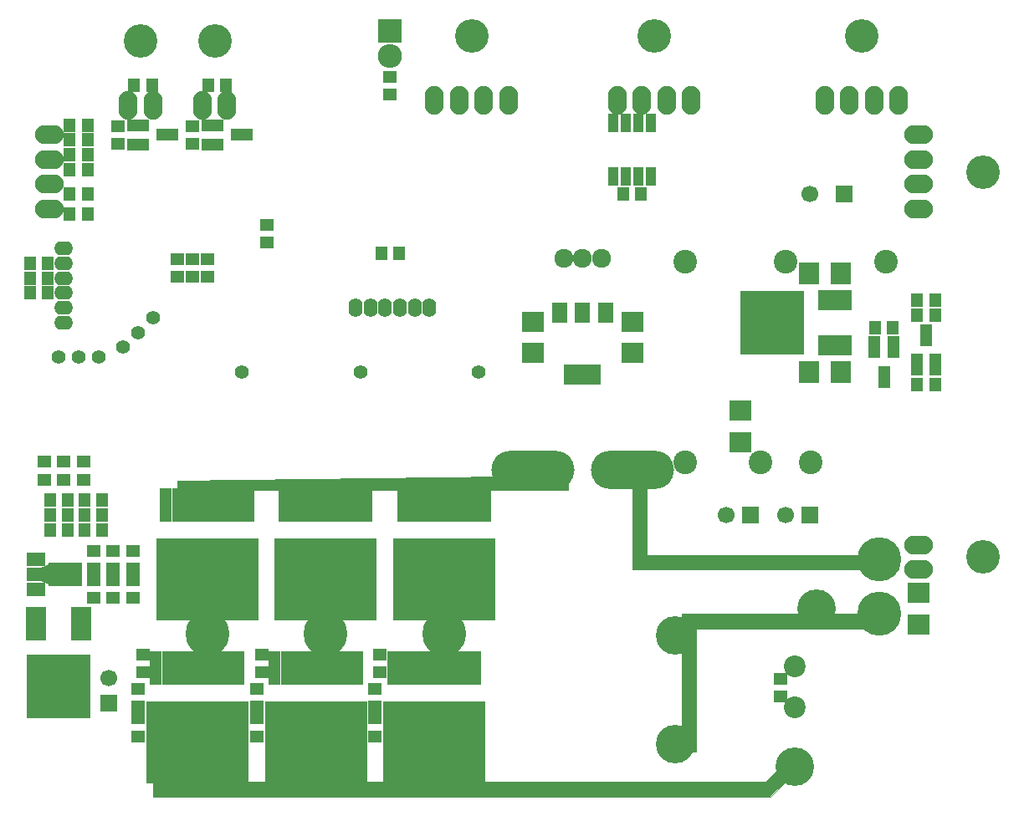
<source format=gbr>
G04 #@! TF.FileFunction,Soldermask,Bot*
%FSLAX46Y46*%
G04 Gerber Fmt 4.6, Leading zero omitted, Abs format (unit mm)*
G04 Created by KiCad (PCBNEW 4.0.6) date 04/10/17 19:15:21*
%MOMM*%
%LPD*%
G01*
G04 APERTURE LIST*
%ADD10C,0.100000*%
%ADD11C,2.400000*%
%ADD12R,1.400000X1.200000*%
%ADD13R,1.200000X1.400000*%
%ADD14O,1.400000X1.924000*%
%ADD15O,1.924000X1.400000*%
%ADD16C,4.464000*%
%ADD17C,1.924000*%
%ADD18O,8.400000X3.900000*%
%ADD19R,2.051000X3.448000*%
%ADD20R,6.496000X6.496000*%
%ADD21C,1.700000*%
%ADD22R,1.700000X1.700000*%
%ADD23R,2.000000X2.200000*%
%ADD24R,2.200000X2.000000*%
%ADD25R,1.000000X1.950000*%
%ADD26R,3.448000X2.051000*%
%ADD27R,2.432000X2.432000*%
%ADD28O,2.432000X2.432000*%
%ADD29R,1.901140X1.400760*%
%ADD30R,3.399740X2.398980*%
%ADD31C,1.400000*%
%ADD32R,10.400000X8.400000*%
%ADD33R,1.200000X3.400000*%
%ADD34R,8.400000X3.400000*%
%ADD35R,2.200860X1.200100*%
%ADD36R,1.200100X2.200860*%
%ADD37C,3.900000*%
%ADD38C,2.200000*%
%ADD39R,1.600000X2.100000*%
%ADD40R,3.700000X2.100000*%
%ADD41O,1.900000X2.900000*%
%ADD42C,3.400000*%
%ADD43O,2.900000X1.900000*%
%ADD44C,0.026000*%
G04 APERTURE END LIST*
D10*
D11*
X80040000Y-45660000D03*
X74960000Y-45660000D03*
X67340000Y-45660000D03*
X67340000Y-25340000D03*
X77500000Y-25340000D03*
X87660000Y-25340000D03*
D12*
X36000000Y-71600000D03*
X36000000Y-73400000D03*
X24500000Y-65100000D03*
X24500000Y-66900000D03*
X12500000Y-65100000D03*
X12500000Y-66900000D03*
X36500000Y-65100000D03*
X36500000Y-66900000D03*
D13*
X6900000Y-13000000D03*
X5100000Y-13000000D03*
X6900000Y-16000000D03*
X5100000Y-16000000D03*
X1100000Y-25500000D03*
X2900000Y-25500000D03*
X1100000Y-27000000D03*
X2900000Y-27000000D03*
X1100000Y-28500000D03*
X2900000Y-28500000D03*
X38400000Y-24500000D03*
X36600000Y-24500000D03*
D12*
X25000000Y-21600000D03*
X25000000Y-23400000D03*
X24000000Y-73400000D03*
X24000000Y-71600000D03*
X12000000Y-71600000D03*
X12000000Y-73400000D03*
D14*
X41500000Y-30000000D03*
X40000000Y-30000000D03*
X38500000Y-30000000D03*
X37000000Y-30000000D03*
X35500000Y-30000000D03*
X34000000Y-30000000D03*
D15*
X4500000Y-24000000D03*
X4500000Y-25500000D03*
X4500000Y-27000000D03*
X4500000Y-28500000D03*
X4500000Y-30000000D03*
X4500000Y-31500000D03*
D16*
X31000000Y-63000000D03*
X19000000Y-63000000D03*
X43000000Y-63000000D03*
D12*
X24000000Y-68600000D03*
X24000000Y-70400000D03*
X12000000Y-68600000D03*
X12000000Y-70400000D03*
X36000000Y-68600000D03*
X36000000Y-70400000D03*
X9500000Y-57600000D03*
X9500000Y-59400000D03*
X11500000Y-57600000D03*
X11500000Y-59400000D03*
X7500000Y-57600000D03*
X7500000Y-59400000D03*
D17*
X58910000Y-25000000D03*
X57000000Y-25000000D03*
X55090000Y-25000000D03*
D18*
X52000000Y-46400000D03*
X62000000Y-46400000D03*
D19*
X1714000Y-62000000D03*
D20*
X4000000Y-68350000D03*
D19*
X6286000Y-62000000D03*
D21*
X9000000Y-67500000D03*
D22*
X9000000Y-70000000D03*
D23*
X83100000Y-36500000D03*
X79900000Y-36500000D03*
X83100000Y-26500000D03*
X79900000Y-26500000D03*
D24*
X52000000Y-34600000D03*
X52000000Y-31400000D03*
X62000000Y-34600000D03*
X62000000Y-31400000D03*
D13*
X5100000Y-20500000D03*
X6900000Y-20500000D03*
X6900000Y-11500000D03*
X5100000Y-11500000D03*
X5100000Y-18500000D03*
X6900000Y-18500000D03*
X6900000Y-14500000D03*
X5100000Y-14500000D03*
D25*
X63905000Y-16700000D03*
X62635000Y-16700000D03*
X61365000Y-16700000D03*
X60095000Y-16700000D03*
X60095000Y-11300000D03*
X61365000Y-11300000D03*
X62635000Y-11300000D03*
X63905000Y-11300000D03*
D26*
X82500000Y-29214000D03*
D20*
X76150000Y-31500000D03*
D26*
X82500000Y-33786000D03*
D27*
X37500000Y-2000000D03*
D28*
X37500000Y-4540000D03*
D12*
X37500000Y-6600000D03*
X37500000Y-8400000D03*
D13*
X61100000Y-18500000D03*
X62900000Y-18500000D03*
D29*
X1648340Y-58501140D03*
X1648340Y-57000000D03*
X1648340Y-55498860D03*
D30*
X4599820Y-57000000D03*
D10*
G36*
X2176050Y-56299620D02*
X3325350Y-55799240D01*
X3325350Y-58200760D01*
X2176050Y-57700380D01*
X2176050Y-56299620D01*
X2176050Y-56299620D01*
G37*
D31*
X13500000Y-31000000D03*
X12000000Y-32500000D03*
X10500000Y-34000000D03*
X4000000Y-35000000D03*
X6000000Y-35000000D03*
X8000000Y-35000000D03*
X34500000Y-36500000D03*
X22500000Y-36500000D03*
X46500000Y-36500000D03*
D32*
X30000000Y-74000000D03*
D33*
X25800000Y-66500000D03*
D34*
X30600000Y-66500000D03*
D32*
X31000000Y-57500000D03*
D33*
X26800000Y-50000000D03*
D34*
X31600000Y-50000000D03*
D32*
X18000000Y-74000000D03*
D33*
X13800000Y-66500000D03*
D34*
X18600000Y-66500000D03*
D32*
X19000000Y-57500000D03*
D33*
X14800000Y-50000000D03*
D34*
X19600000Y-50000000D03*
D32*
X42000000Y-74000000D03*
D33*
X37800000Y-66500000D03*
D34*
X42600000Y-66500000D03*
D32*
X43000000Y-57500000D03*
D33*
X38800000Y-50000000D03*
D34*
X43600000Y-50000000D03*
D13*
X13400000Y-7500000D03*
X11600000Y-7500000D03*
X20900000Y-7500000D03*
X19100000Y-7500000D03*
D12*
X77000000Y-69400000D03*
X77000000Y-67600000D03*
D16*
X87000000Y-55500000D03*
X87000000Y-61000000D03*
D35*
X11998860Y-13450000D03*
X11998860Y-11550000D03*
X15001140Y-12500000D03*
X19498860Y-13450000D03*
X19498860Y-11550000D03*
X22501140Y-12500000D03*
D36*
X92700000Y-35751140D03*
X90800000Y-35751140D03*
X91750000Y-32748860D03*
X86550000Y-33998860D03*
X88450000Y-33998860D03*
X87500000Y-37001140D03*
D12*
X10000000Y-13400000D03*
X10000000Y-11600000D03*
X17500000Y-13400000D03*
X17500000Y-11600000D03*
D13*
X90850000Y-29250000D03*
X92650000Y-29250000D03*
X92650000Y-37750000D03*
X90850000Y-37750000D03*
X86600000Y-32000000D03*
X88400000Y-32000000D03*
D37*
X78500000Y-76500000D03*
D38*
X78500000Y-66300000D03*
X78500000Y-70500000D03*
D37*
X80700000Y-60500000D03*
X66400000Y-74200000D03*
X66400000Y-63200000D03*
D24*
X91000000Y-58900000D03*
X91000000Y-62100000D03*
D39*
X54700000Y-30500000D03*
X57000000Y-30500000D03*
X59300000Y-30500000D03*
D40*
X57000000Y-36800000D03*
D41*
X89000000Y-9000000D03*
X86500000Y-9000000D03*
X84000000Y-9000000D03*
X81500000Y-9000000D03*
D42*
X85250000Y-2500000D03*
D43*
X91000000Y-56500000D03*
X91000000Y-54000000D03*
D42*
X97500000Y-55250000D03*
D21*
X80000000Y-18500000D03*
D22*
X83500000Y-18500000D03*
X80000000Y-51000000D03*
D21*
X77500000Y-51000000D03*
D22*
X74000000Y-51000000D03*
D21*
X71500000Y-51000000D03*
D24*
X73000000Y-43600000D03*
X73000000Y-40400000D03*
D12*
X16000000Y-25100000D03*
X16000000Y-26900000D03*
X17500000Y-25100000D03*
X17500000Y-26900000D03*
X19000000Y-25100000D03*
X19000000Y-26900000D03*
D13*
X6600000Y-52500000D03*
X8400000Y-52500000D03*
X6600000Y-51000000D03*
X8400000Y-51000000D03*
X4900000Y-52500000D03*
X3100000Y-52500000D03*
D12*
X2500000Y-47400000D03*
X2500000Y-45600000D03*
X6500000Y-47400000D03*
X6500000Y-45600000D03*
X4500000Y-47400000D03*
X4500000Y-45600000D03*
D13*
X4900000Y-51000000D03*
X3100000Y-51000000D03*
X8400000Y-49500000D03*
X6600000Y-49500000D03*
X3100000Y-49500000D03*
X4900000Y-49500000D03*
X92650000Y-30750000D03*
X90850000Y-30750000D03*
D12*
X11500000Y-56400000D03*
X11500000Y-54600000D03*
X9500000Y-56400000D03*
X9500000Y-54600000D03*
X7500000Y-56400000D03*
X7500000Y-54600000D03*
D41*
X49500000Y-9000000D03*
X47000000Y-9000000D03*
X44500000Y-9000000D03*
X42000000Y-9000000D03*
D42*
X45750000Y-2500000D03*
D41*
X68000000Y-9000000D03*
X65500000Y-9000000D03*
X63000000Y-9000000D03*
X60500000Y-9000000D03*
D42*
X64250000Y-2500000D03*
D43*
X91000000Y-20000000D03*
X91000000Y-17500000D03*
X91000000Y-15000000D03*
X91000000Y-12500000D03*
D42*
X97500000Y-16250000D03*
D43*
X3000000Y-12500000D03*
X3000000Y-15000000D03*
X3000000Y-17500000D03*
X3000000Y-20000000D03*
D41*
X13500000Y-9500000D03*
X11000000Y-9500000D03*
D42*
X12250000Y-3000000D03*
D41*
X21000000Y-9500000D03*
X18500000Y-9500000D03*
D42*
X19750000Y-3000000D03*
D44*
G36*
X78485127Y-76996490D02*
X75994616Y-79487000D01*
X13513000Y-79487000D01*
X13513000Y-78013000D01*
X75500000Y-78013000D01*
X75505058Y-78011976D01*
X75509192Y-78009192D01*
X77994319Y-75524066D01*
X78485127Y-76996490D01*
X78485127Y-76996490D01*
G37*
X78485127Y-76996490D02*
X75994616Y-79487000D01*
X13513000Y-79487000D01*
X13513000Y-78013000D01*
X75500000Y-78013000D01*
X75505058Y-78011976D01*
X75509192Y-78009192D01*
X77994319Y-75524066D01*
X78485127Y-76996490D01*
G36*
X55487000Y-48487000D02*
X16013000Y-48487000D01*
X16013000Y-47512837D01*
X55487000Y-47013166D01*
X55487000Y-48487000D01*
X55487000Y-48487000D01*
G37*
X55487000Y-48487000D02*
X16013000Y-48487000D01*
X16013000Y-47512837D01*
X55487000Y-47013166D01*
X55487000Y-48487000D01*
G36*
X63487000Y-55000000D02*
X63488024Y-55005058D01*
X63490935Y-55009319D01*
X63495275Y-55012111D01*
X63500000Y-55013000D01*
X88987000Y-55013000D01*
X88987000Y-56487000D01*
X62013000Y-56487000D01*
X62013000Y-47013000D01*
X63487000Y-47013000D01*
X63487000Y-55000000D01*
X63487000Y-55000000D01*
G37*
X63487000Y-55000000D02*
X63488024Y-55005058D01*
X63490935Y-55009319D01*
X63495275Y-55012111D01*
X63500000Y-55013000D01*
X88987000Y-55013000D01*
X88987000Y-56487000D01*
X62013000Y-56487000D01*
X62013000Y-47013000D01*
X63487000Y-47013000D01*
X63487000Y-55000000D01*
G36*
X85487000Y-62487000D02*
X68500000Y-62487000D01*
X68494942Y-62488024D01*
X68490681Y-62490935D01*
X68487889Y-62495275D01*
X68487000Y-62500000D01*
X68487000Y-74987000D01*
X67013000Y-74987000D01*
X67013000Y-61013000D01*
X85487000Y-61013000D01*
X85487000Y-62487000D01*
X85487000Y-62487000D01*
G37*
X85487000Y-62487000D02*
X68500000Y-62487000D01*
X68494942Y-62488024D01*
X68490681Y-62490935D01*
X68487889Y-62495275D01*
X68487000Y-62500000D01*
X68487000Y-74987000D01*
X67013000Y-74987000D01*
X67013000Y-61013000D01*
X85487000Y-61013000D01*
X85487000Y-62487000D01*
M02*

</source>
